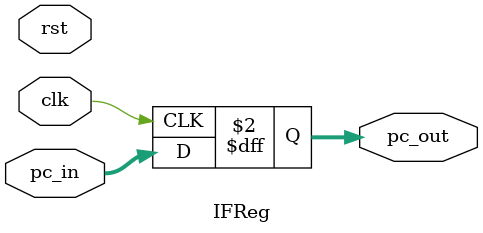
<source format=v>
module IFReg (
    clk,
    rst,
    pc_in,
    pc_out
);
    input clk, rst;
    input [31:0] pc_in;
    output reg [31:0] pc_out;
    always @(posedge clk) begin
        pc_out <= pc_in;
    end
endmodule
</source>
